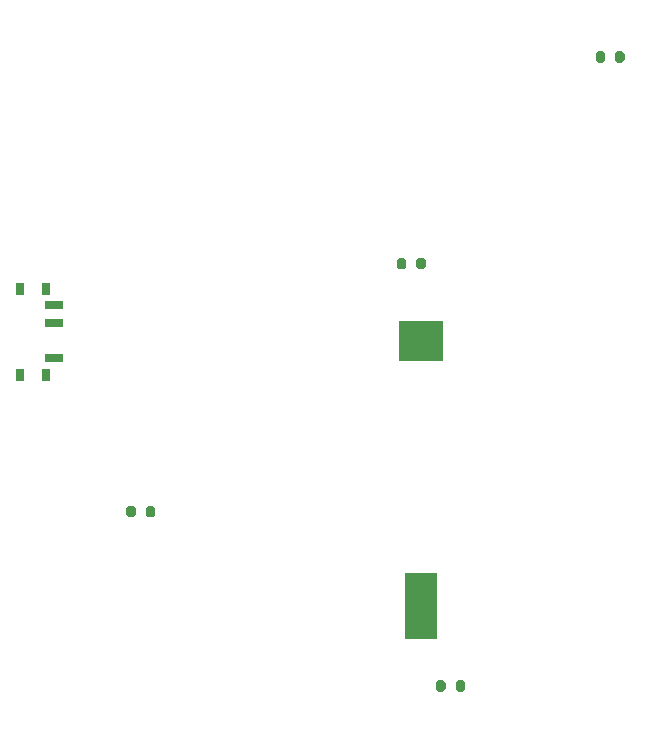
<source format=gbr>
%TF.GenerationSoftware,KiCad,Pcbnew,(5.1.10)-1*%
%TF.CreationDate,2021-10-20T07:51:42+02:00*%
%TF.ProjectId,TVZ_kuglica,54565a5f-6b75-4676-9c69-63612e6b6963,rev?*%
%TF.SameCoordinates,Original*%
%TF.FileFunction,Paste,Bot*%
%TF.FilePolarity,Positive*%
%FSLAX46Y46*%
G04 Gerber Fmt 4.6, Leading zero omitted, Abs format (unit mm)*
G04 Created by KiCad (PCBNEW (5.1.10)-1) date 2021-10-20 07:51:42*
%MOMM*%
%LPD*%
G01*
G04 APERTURE LIST*
%ADD10R,1.500000X0.700000*%
%ADD11R,0.800000X1.000000*%
%ADD12R,3.800000X3.500000*%
%ADD13R,2.800000X5.700000*%
G04 APERTURE END LIST*
D10*
%TO.C,SW1*%
X105930000Y-102000000D03*
X105930000Y-99000000D03*
X105930000Y-97500000D03*
D11*
X103070000Y-103400000D03*
X103070000Y-96100000D03*
X105280000Y-96100000D03*
X105280000Y-103400000D03*
%TD*%
D12*
%TO.C,BT1*%
X137000000Y-100500000D03*
D13*
X137000000Y-123000000D03*
%TD*%
%TO.C,R1*%
G36*
G01*
X134950000Y-94275000D02*
X134950000Y-93725000D01*
G75*
G02*
X135150000Y-93525000I200000J0D01*
G01*
X135550000Y-93525000D01*
G75*
G02*
X135750000Y-93725000I0J-200000D01*
G01*
X135750000Y-94275000D01*
G75*
G02*
X135550000Y-94475000I-200000J0D01*
G01*
X135150000Y-94475000D01*
G75*
G02*
X134950000Y-94275000I0J200000D01*
G01*
G37*
G36*
G01*
X136600000Y-94275000D02*
X136600000Y-93725000D01*
G75*
G02*
X136800000Y-93525000I200000J0D01*
G01*
X137200000Y-93525000D01*
G75*
G02*
X137400000Y-93725000I0J-200000D01*
G01*
X137400000Y-94275000D01*
G75*
G02*
X137200000Y-94475000I-200000J0D01*
G01*
X136800000Y-94475000D01*
G75*
G02*
X136600000Y-94275000I0J200000D01*
G01*
G37*
%TD*%
%TO.C,R2*%
G36*
G01*
X151775000Y-76775000D02*
X151775000Y-76225000D01*
G75*
G02*
X151975000Y-76025000I200000J0D01*
G01*
X152375000Y-76025000D01*
G75*
G02*
X152575000Y-76225000I0J-200000D01*
G01*
X152575000Y-76775000D01*
G75*
G02*
X152375000Y-76975000I-200000J0D01*
G01*
X151975000Y-76975000D01*
G75*
G02*
X151775000Y-76775000I0J200000D01*
G01*
G37*
G36*
G01*
X153425000Y-76775000D02*
X153425000Y-76225000D01*
G75*
G02*
X153625000Y-76025000I200000J0D01*
G01*
X154025000Y-76025000D01*
G75*
G02*
X154225000Y-76225000I0J-200000D01*
G01*
X154225000Y-76775000D01*
G75*
G02*
X154025000Y-76975000I-200000J0D01*
G01*
X153625000Y-76975000D01*
G75*
G02*
X153425000Y-76775000I0J200000D01*
G01*
G37*
%TD*%
%TO.C,R3*%
G36*
G01*
X112025000Y-115275000D02*
X112025000Y-114725000D01*
G75*
G02*
X112225000Y-114525000I200000J0D01*
G01*
X112625000Y-114525000D01*
G75*
G02*
X112825000Y-114725000I0J-200000D01*
G01*
X112825000Y-115275000D01*
G75*
G02*
X112625000Y-115475000I-200000J0D01*
G01*
X112225000Y-115475000D01*
G75*
G02*
X112025000Y-115275000I0J200000D01*
G01*
G37*
G36*
G01*
X113675000Y-115275000D02*
X113675000Y-114725000D01*
G75*
G02*
X113875000Y-114525000I200000J0D01*
G01*
X114275000Y-114525000D01*
G75*
G02*
X114475000Y-114725000I0J-200000D01*
G01*
X114475000Y-115275000D01*
G75*
G02*
X114275000Y-115475000I-200000J0D01*
G01*
X113875000Y-115475000D01*
G75*
G02*
X113675000Y-115275000I0J200000D01*
G01*
G37*
%TD*%
%TO.C,R4*%
G36*
G01*
X139925000Y-130025000D02*
X139925000Y-129475000D01*
G75*
G02*
X140125000Y-129275000I200000J0D01*
G01*
X140525000Y-129275000D01*
G75*
G02*
X140725000Y-129475000I0J-200000D01*
G01*
X140725000Y-130025000D01*
G75*
G02*
X140525000Y-130225000I-200000J0D01*
G01*
X140125000Y-130225000D01*
G75*
G02*
X139925000Y-130025000I0J200000D01*
G01*
G37*
G36*
G01*
X138275000Y-130025000D02*
X138275000Y-129475000D01*
G75*
G02*
X138475000Y-129275000I200000J0D01*
G01*
X138875000Y-129275000D01*
G75*
G02*
X139075000Y-129475000I0J-200000D01*
G01*
X139075000Y-130025000D01*
G75*
G02*
X138875000Y-130225000I-200000J0D01*
G01*
X138475000Y-130225000D01*
G75*
G02*
X138275000Y-130025000I0J200000D01*
G01*
G37*
%TD*%
M02*

</source>
